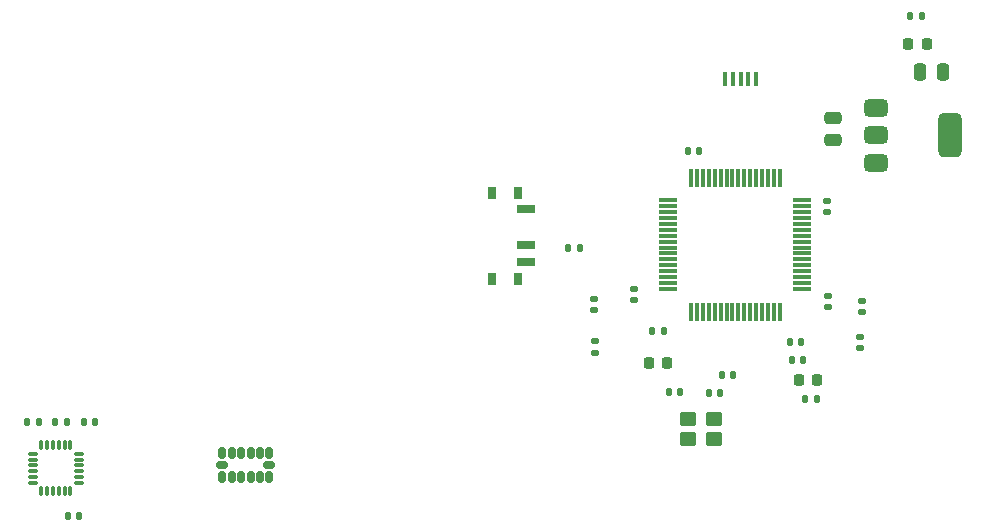
<source format=gtp>
%TF.GenerationSoftware,KiCad,Pcbnew,9.0.7*%
%TF.CreationDate,2026-01-18T23:39:18-08:00*%
%TF.ProjectId,STM32_HID_controller,53544d33-325f-4484-9944-5f636f6e7472,rev?*%
%TF.SameCoordinates,Original*%
%TF.FileFunction,Paste,Top*%
%TF.FilePolarity,Positive*%
%FSLAX46Y46*%
G04 Gerber Fmt 4.6, Leading zero omitted, Abs format (unit mm)*
G04 Created by KiCad (PCBNEW 9.0.7) date 2026-01-18 23:39:18*
%MOMM*%
%LPD*%
G01*
G04 APERTURE LIST*
G04 Aperture macros list*
%AMRoundRect*
0 Rectangle with rounded corners*
0 $1 Rounding radius*
0 $2 $3 $4 $5 $6 $7 $8 $9 X,Y pos of 4 corners*
0 Add a 4 corners polygon primitive as box body*
4,1,4,$2,$3,$4,$5,$6,$7,$8,$9,$2,$3,0*
0 Add four circle primitives for the rounded corners*
1,1,$1+$1,$2,$3*
1,1,$1+$1,$4,$5*
1,1,$1+$1,$6,$7*
1,1,$1+$1,$8,$9*
0 Add four rect primitives between the rounded corners*
20,1,$1+$1,$2,$3,$4,$5,0*
20,1,$1+$1,$4,$5,$6,$7,0*
20,1,$1+$1,$6,$7,$8,$9,0*
20,1,$1+$1,$8,$9,$2,$3,0*%
G04 Aperture macros list end*
%ADD10RoundRect,0.075000X-0.350000X-0.075000X0.350000X-0.075000X0.350000X0.075000X-0.350000X0.075000X0*%
%ADD11RoundRect,0.075000X0.075000X-0.350000X0.075000X0.350000X-0.075000X0.350000X-0.075000X-0.350000X0*%
%ADD12RoundRect,0.135000X0.135000X0.185000X-0.135000X0.185000X-0.135000X-0.185000X0.135000X-0.185000X0*%
%ADD13RoundRect,0.135000X-0.135000X-0.185000X0.135000X-0.185000X0.135000X0.185000X-0.135000X0.185000X0*%
%ADD14RoundRect,0.140000X-0.140000X-0.170000X0.140000X-0.170000X0.140000X0.170000X-0.140000X0.170000X0*%
%ADD15R,0.450000X1.300000*%
%ADD16R,1.500000X0.700000*%
%ADD17R,0.800000X1.000000*%
%ADD18RoundRect,0.075000X0.700000X-0.075000X0.700000X0.075000X-0.700000X0.075000X-0.700000X-0.075000X0*%
%ADD19RoundRect,0.075000X0.075000X-0.700000X0.075000X0.700000X-0.075000X0.700000X-0.075000X-0.700000X0*%
%ADD20RoundRect,0.140000X0.170000X-0.140000X0.170000X0.140000X-0.170000X0.140000X-0.170000X-0.140000X0*%
%ADD21RoundRect,0.140000X0.140000X0.170000X-0.140000X0.170000X-0.140000X-0.170000X0.140000X-0.170000X0*%
%ADD22RoundRect,0.140000X-0.170000X0.140000X-0.170000X-0.140000X0.170000X-0.140000X0.170000X0.140000X0*%
%ADD23RoundRect,0.375000X-0.625000X-0.375000X0.625000X-0.375000X0.625000X0.375000X-0.625000X0.375000X0*%
%ADD24RoundRect,0.500000X-0.500000X-1.400000X0.500000X-1.400000X0.500000X1.400000X-0.500000X1.400000X0*%
%ADD25RoundRect,0.250000X0.475000X-0.250000X0.475000X0.250000X-0.475000X0.250000X-0.475000X-0.250000X0*%
%ADD26RoundRect,0.150000X0.150000X-0.325000X0.150000X0.325000X-0.150000X0.325000X-0.150000X-0.325000X0*%
%ADD27RoundRect,0.150000X0.325000X-0.150000X0.325000X0.150000X-0.325000X0.150000X-0.325000X-0.150000X0*%
%ADD28RoundRect,0.218750X-0.218750X-0.256250X0.218750X-0.256250X0.218750X0.256250X-0.218750X0.256250X0*%
%ADD29RoundRect,0.225000X0.225000X0.250000X-0.225000X0.250000X-0.225000X-0.250000X0.225000X-0.250000X0*%
%ADD30RoundRect,0.250000X-0.450000X-0.350000X0.450000X-0.350000X0.450000X0.350000X-0.450000X0.350000X0*%
%ADD31RoundRect,0.250000X0.250000X0.475000X-0.250000X0.475000X-0.250000X-0.475000X0.250000X-0.475000X0*%
G04 APERTURE END LIST*
D10*
%TO.C,U7*%
X94100000Y-55100000D03*
X94100000Y-55600000D03*
X94100000Y-56100000D03*
X94100000Y-56600000D03*
X94100000Y-57100000D03*
X94100000Y-57600000D03*
D11*
X94800000Y-58300000D03*
X95300000Y-58300000D03*
X95800000Y-58300000D03*
X96300000Y-58300000D03*
X96800000Y-58300000D03*
X97300000Y-58300000D03*
D10*
X98000000Y-57600000D03*
X98000000Y-57100000D03*
X98000000Y-56600000D03*
X98000000Y-56100000D03*
X98000000Y-55600000D03*
X98000000Y-55100000D03*
D11*
X97300000Y-54400000D03*
X96800000Y-54400000D03*
X96300000Y-54400000D03*
X95800000Y-54400000D03*
X95300000Y-54400000D03*
X94800000Y-54400000D03*
%TD*%
D12*
%TO.C,R4*%
X97000000Y-52450000D03*
X95980000Y-52450000D03*
%TD*%
D13*
%TO.C,R3*%
X93590000Y-52450000D03*
X94610000Y-52450000D03*
%TD*%
D14*
%TO.C,C19*%
X98440000Y-52450000D03*
X99400000Y-52450000D03*
%TD*%
D15*
%TO.C,J1*%
X152755000Y-23355000D03*
X153405000Y-23355000D03*
X154055000Y-23355000D03*
X154705000Y-23355000D03*
X155355000Y-23355000D03*
%TD*%
D16*
%TO.C,SW1*%
X135855000Y-38900000D03*
X135855000Y-37400000D03*
X135855000Y-34400000D03*
D17*
X132995000Y-40300000D03*
X135205000Y-40300000D03*
X132995000Y-33000000D03*
X135205000Y-33000000D03*
%TD*%
D18*
%TO.C,U1*%
X147925000Y-41150000D03*
X147925000Y-40650000D03*
X147925000Y-40150000D03*
X147925000Y-39650000D03*
X147925000Y-39150000D03*
X147925000Y-38650000D03*
X147925000Y-38150000D03*
X147925000Y-37650000D03*
X147925000Y-37150000D03*
X147925000Y-36650000D03*
X147925000Y-36150000D03*
X147925000Y-35650000D03*
X147925000Y-35150000D03*
X147925000Y-34650000D03*
X147925000Y-34150000D03*
X147925000Y-33650000D03*
D19*
X149850000Y-31725000D03*
X150350000Y-31725000D03*
X150850000Y-31725000D03*
X151350000Y-31725000D03*
X151850000Y-31725000D03*
X152350000Y-31725000D03*
X152850000Y-31725000D03*
X153350000Y-31725000D03*
X153850000Y-31725000D03*
X154350000Y-31725000D03*
X154850000Y-31725000D03*
X155350000Y-31725000D03*
X155850000Y-31725000D03*
X156350000Y-31725000D03*
X156850000Y-31725000D03*
X157350000Y-31725000D03*
D18*
X159275000Y-33650000D03*
X159275000Y-34150000D03*
X159275000Y-34650000D03*
X159275000Y-35150000D03*
X159275000Y-35650000D03*
X159275000Y-36150000D03*
X159275000Y-36650000D03*
X159275000Y-37150000D03*
X159275000Y-37650000D03*
X159275000Y-38150000D03*
X159275000Y-38650000D03*
X159275000Y-39150000D03*
X159275000Y-39650000D03*
X159275000Y-40150000D03*
X159275000Y-40650000D03*
X159275000Y-41150000D03*
D19*
X157350000Y-43075000D03*
X156850000Y-43075000D03*
X156350000Y-43075000D03*
X155850000Y-43075000D03*
X155350000Y-43075000D03*
X154850000Y-43075000D03*
X154350000Y-43075000D03*
X153850000Y-43075000D03*
X153350000Y-43075000D03*
X152850000Y-43075000D03*
X152350000Y-43075000D03*
X151850000Y-43075000D03*
X151350000Y-43075000D03*
X150850000Y-43075000D03*
X150350000Y-43075000D03*
X149850000Y-43075000D03*
%TD*%
D20*
%TO.C,C1*%
X145000000Y-42130000D03*
X145000000Y-41170000D03*
%TD*%
D21*
%TO.C,C9*%
X160480000Y-50500000D03*
X159520000Y-50500000D03*
%TD*%
D22*
%TO.C,C15*%
X141700000Y-45600000D03*
X141700000Y-46560000D03*
%TD*%
D23*
%TO.C,U2*%
X165500000Y-25850000D03*
X165500000Y-28150000D03*
D24*
X171800000Y-28150000D03*
D23*
X165500000Y-30450000D03*
%TD*%
D14*
%TO.C,C12*%
X151349000Y-49928435D03*
X152309000Y-49928435D03*
%TD*%
D22*
%TO.C,C3*%
X161350000Y-33670000D03*
X161350000Y-34630000D03*
%TD*%
D14*
%TO.C,C2*%
X149585000Y-29487500D03*
X150545000Y-29487500D03*
%TD*%
D25*
%TO.C,C14*%
X161850000Y-28550000D03*
X161850000Y-26650000D03*
%TD*%
D26*
%TO.C,U6*%
X110150000Y-57072500D03*
X110950000Y-57072500D03*
X111750000Y-57072500D03*
X112550000Y-57072500D03*
X113350000Y-57072500D03*
X114150000Y-57072500D03*
D27*
X114150000Y-56072500D03*
D26*
X114150000Y-55072500D03*
X113350000Y-55072500D03*
X112550000Y-55072500D03*
X111750000Y-55072500D03*
X110950000Y-55072500D03*
X110150000Y-55072500D03*
D27*
X110150000Y-56072500D03*
%TD*%
D21*
%TO.C,C11*%
X148930000Y-49900000D03*
X147970000Y-49900000D03*
%TD*%
D13*
%TO.C,R2*%
X168340000Y-18050000D03*
X169360000Y-18050000D03*
%TD*%
D14*
%TO.C,C10*%
X152470000Y-48400000D03*
X153430000Y-48400000D03*
%TD*%
D28*
%TO.C,D1*%
X168212500Y-20400000D03*
X169787500Y-20400000D03*
%TD*%
D29*
%TO.C,C6*%
X147800000Y-47437500D03*
X146250000Y-47437500D03*
%TD*%
D21*
%TO.C,C5*%
X147530000Y-44750000D03*
X146570000Y-44750000D03*
%TD*%
D30*
%TO.C,Y1*%
X149599000Y-53878435D03*
X151799000Y-53878435D03*
X151799000Y-52178435D03*
X149599000Y-52178435D03*
%TD*%
D21*
%TO.C,C7*%
X159150000Y-45650000D03*
X158190000Y-45650000D03*
%TD*%
D20*
%TO.C,C16*%
X141650000Y-42980000D03*
X141650000Y-42020000D03*
%TD*%
%TO.C,C18*%
X164350000Y-43110000D03*
X164350000Y-42150000D03*
%TD*%
D31*
%TO.C,C13*%
X171150000Y-22750000D03*
X169250000Y-22750000D03*
%TD*%
D22*
%TO.C,C4*%
X161450000Y-41740000D03*
X161450000Y-42700000D03*
%TD*%
D14*
%TO.C,C8*%
X158348260Y-47150000D03*
X159308260Y-47150000D03*
%TD*%
D28*
%TO.C,FB1*%
X158940760Y-48900000D03*
X160515760Y-48900000D03*
%TD*%
D22*
%TO.C,C17*%
X164150000Y-45220000D03*
X164150000Y-46180000D03*
%TD*%
D13*
%TO.C,R1*%
X139415000Y-37700000D03*
X140435000Y-37700000D03*
%TD*%
D14*
%TO.C,C20*%
X97090000Y-60350000D03*
X98050000Y-60350000D03*
%TD*%
M02*

</source>
